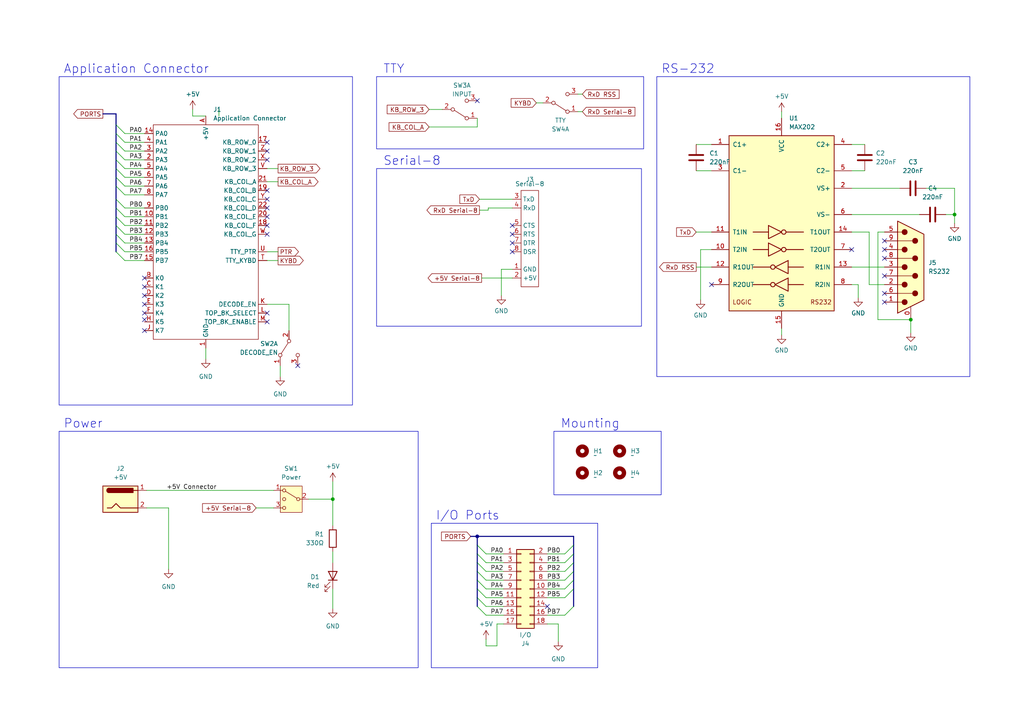
<source format=kicad_sch>
(kicad_sch (version 20250114) (generator "eeschema") (generator_version "9.0")
  (paper "A4")
  (lib_symbols
    (symbol "Connector:Barrel_Jack" (pin_names (offset 1.016))
      (property "Reference" "J" (at 0 5.334 0))
      (property "Value" "Barrel_Jack" (at 0 -5.08 0))
      (symbol "Barrel_Jack_0_1"
        (rectangle (start -5.08 3.81) (end 5.08 -3.81) (stroke (width 0.254)) (fill (type background)))
        (polyline (pts (xy -3.81 -2.54) (xy -2.54 -2.54) (xy -1.27 -1.27) (xy 0 -2.54) (xy 2.54 -2.54) (xy 5.08 -2.54)) (stroke (width 0.254)))
        (arc (start -3.302 1.905) (mid -3.9343 2.54) (end -3.302 3.175) (stroke (width 0.254)))
        (arc (start -3.302 1.905) (mid -3.9343 2.54) (end -3.302 3.175) (stroke (width 0.254)) (fill (type outline)))
        (rectangle (start 3.683 3.175) (end -3.302 1.905) (stroke (width 0.254)) (fill (type outline)))
        (polyline (pts (xy 5.08 2.54) (xy 3.81 2.54)) (stroke (width 0.254)))
      )
      (symbol "Barrel_Jack_1_1"
        (pin passive line (at 7.62 2.54 180) (length 2.54) (name "~") (number "1"))
        (pin passive line (at 7.62 -2.54 180) (length 2.54) (name "~") (number "2"))
      )
    )
    (symbol "Connector_Generic:Conn_02x09_Odd_Even" (pin_names (offset 1.016) (hide yes))
      (property "Reference" "J" (at 1.27 12.7 0))
      (property "Value" "Conn_02x09_Odd_Even" (at 1.27 -12.7 0))
      (symbol "Conn_02x09_Odd_Even_1_1"
        (rectangle (start -1.27 11.43) (end 3.81 -11.43) (stroke (width 0.254)) (fill (type background)))
        (rectangle (start -1.27 10.287) (end 0 10.033) (stroke (width 0.1524)))
        (rectangle (start -1.27 7.747) (end 0 7.493) (stroke (width 0.1524)))
        (rectangle (start -1.27 5.207) (end 0 4.953) (stroke (width 0.1524)))
        (rectangle (start -1.27 2.667) (end 0 2.413) (stroke (width 0.1524)))
        (rectangle (start -1.27 0.127) (end 0 -0.127) (stroke (width 0.1524)))
        (rectangle (start -1.27 -2.413) (end 0 -2.667) (stroke (width 0.1524)))
        (rectangle (start -1.27 -4.953) (end 0 -5.207) (stroke (width 0.1524)))
        (rectangle (start -1.27 -7.493) (end 0 -7.747) (stroke (width 0.1524)))
        (rectangle (start -1.27 -10.033) (end 0 -10.287) (stroke (width 0.1524)))
        (rectangle (start 3.81 10.287) (end 2.54 10.033) (stroke (width 0.1524)))
        (rectangle (start 3.81 7.747) (end 2.54 7.493) (stroke (width 0.1524)))
        (rectangle (start 3.81 5.207) (end 2.54 4.953) (stroke (width 0.1524)))
        (rectangle (start 3.81 2.667) (end 2.54 2.413) (stroke (width 0.1524)))
        (rectangle (start 3.81 0.127) (end 2.54 -0.127) (stroke (width 0.1524)))
        (rectangle (start 3.81 -2.413) (end 2.54 -2.667) (stroke (width 0.1524)))
        (rectangle (start 3.81 -4.953) (end 2.54 -5.207) (stroke (width 0.1524)))
        (rectangle (start 3.81 -7.493) (end 2.54 -7.747) (stroke (width 0.1524)))
        (rectangle (start 3.81 -10.033) (end 2.54 -10.287) (stroke (width 0.1524)))
        (pin passive line (at -5.08 10.16 0) (length 3.81) (name "Pin_1") (number "1"))
        (pin passive line (at -5.08 7.62 0) (length 3.81) (name "Pin_3") (number "3"))
        (pin passive line (at -5.08 5.08 0) (length 3.81) (name "Pin_5") (number "5"))
        (pin passive line (at -5.08 2.54 0) (length 3.81) (name "Pin_7") (number "7"))
        (pin passive line (at -5.08 0 0) (length 3.81) (name "Pin_9") (number "9"))
        (pin passive line (at -5.08 -2.54 0) (length 3.81) (name "Pin_11") (number "11"))
        (pin passive line (at -5.08 -5.08 0) (length 3.81) (name "Pin_13") (number "13"))
        (pin passive line (at -5.08 -7.62 0) (length 3.81) (name "Pin_15") (number "15"))
        (pin passive line (at -5.08 -10.16 0) (length 3.81) (name "Pin_17") (number "17"))
        (pin passive line (at 7.62 10.16 180) (length 3.81) (name "Pin_2") (number "2"))
        (pin passive line (at 7.62 7.62 180) (length 3.81) (name "Pin_4") (number "4"))
        (pin passive line (at 7.62 5.08 180) (length 3.81) (name "Pin_6") (number "6"))
        (pin passive line (at 7.62 2.54 180) (length 3.81) (name "Pin_8") (number "8"))
        (pin passive line (at 7.62 0 180) (length 3.81) (name "Pin_10") (number "10"))
        (pin passive line (at 7.62 -2.54 180) (length 3.81) (name "Pin_12") (number "12"))
        (pin passive line (at 7.62 -5.08 180) (length 3.81) (name "Pin_14") (number "14"))
        (pin passive line (at 7.62 -7.62 180) (length 3.81) (name "Pin_16") (number "16"))
        (pin passive line (at 7.62 -10.16 180) (length 3.81) (name "Pin_18") (number "18"))
      )
    )
    (symbol "Device:C" (pin_numbers (hide yes)) (pin_names (offset 0.254))
      (property "Reference" "C" (at 0.635 2.54 0))
      (property "Value" "C" (at 0.635 -2.54 0))
      (symbol "C_0_1"
        (polyline (pts (xy -2.032 0.762) (xy 2.032 0.762)) (stroke (width 0.508)))
        (polyline (pts (xy -2.032 -0.762) (xy 2.032 -0.762)) (stroke (width 0.508)))
      )
      (symbol "C_1_1"
        (pin passive line (at 0 3.81 270) (length 2.794) (name "~") (number "1"))
        (pin passive line (at 0 -3.81 90) (length 2.794) (name "~") (number "2"))
      )
    )
    (symbol "Device:LED" (pin_numbers (hide yes)) (pin_names (offset 1.016) (hide yes))
      (property "Reference" "D" (at 0 2.54 0))
      (property "Value" "LED" (at 0 -2.54 0))
      (symbol "LED_0_1"
        (polyline (pts (xy -3.048 -0.762) (xy -4.572 -2.286) (xy -3.81 -2.286) (xy -4.572 -2.286) (xy -4.572 -1.524)))
        (polyline (pts (xy -1.778 -0.762) (xy -3.302 -2.286) (xy -2.54 -2.286) (xy -3.302 -2.286) (xy -3.302 -1.524)))
        (polyline (pts (xy -1.27 0) (xy 1.27 0)))
        (polyline (pts (xy -1.27 -1.27) (xy -1.27 1.27)) (stroke (width 0.254)))
        (polyline (pts (xy 1.27 -1.27) (xy 1.27 1.27) (xy -1.27 0) (xy 1.27 -1.27)) (stroke (width 0.254)))
      )
      (symbol "LED_1_1"
        (pin passive line (at -3.81 0 0) (length 2.54) (name "K") (number "1"))
        (pin passive line (at 3.81 0 180) (length 2.54) (name "A") (number "2"))
      )
    )
    (symbol "Device:R" (pin_numbers (hide yes)) (pin_names (offset 0))
      (property "Reference" "R" (at 2.032 0 90))
      (property "Value" "R" (at 0 0 90))
      (symbol "R_0_1"
        (rectangle (start -1.016 -2.54) (end 1.016 2.54) (stroke (width 0.254)))
      )
      (symbol "R_1_1"
        (pin passive line (at 0 3.81 270) (length 1.27) (name "~") (number "1"))
        (pin passive line (at 0 -3.81 90) (length 1.27) (name "~") (number "2"))
      )
    )
    (symbol "Interface_UART:MAX202" (pin_names (offset 1.016))
      (property "Reference" "U" (at -2.54 28.575 0))
      (property "Value" "MAX202" (at -2.54 26.67 0))
      (symbol "MAX202_0_0"
        (text "LOGIC" (at -11.43 -22.86 0) (effects (font (size 1.27 1.27))))
        (text "RS232" (at 11.43 -22.86 0) (effects (font (size 1.27 1.27))))
      )
      (symbol "MAX202_0_1"
        (rectangle (start -15.24 -25.4) (end 15.24 25.4) (stroke (width 0.254)) (fill (type background)))
        (polyline (pts (xy -3.81 -0.635) (xy -3.81 -4.445) (xy 0 -2.54) (xy -3.81 -0.635)) (stroke (width 0.254)))
        (polyline (pts (xy -3.81 -2.54) (xy -8.255 -2.54)) (stroke (width 0.254)))
        (polyline (pts (xy -3.81 -5.715) (xy -3.81 -9.525) (xy 0 -7.62) (xy -3.81 -5.715)) (stroke (width 0.254)))
        (polyline (pts (xy -3.81 -7.62) (xy -8.255 -7.62)) (stroke (width 0.254)))
        (polyline (pts (xy -3.175 -12.7) (xy -8.255 -12.7)) (stroke (width 0.254)))
        (polyline (pts (xy -3.175 -17.78) (xy -8.255 -17.78)) (stroke (width 0.254)))
        (circle (center -2.54 -12.7) (radius 0.635) (stroke (width 0.254)))
        (circle (center -2.54 -17.78) (radius 0.635) (stroke (width 0.254)))
        (circle (center 0.635 -2.54) (radius 0.635) (stroke (width 0.254)))
        (circle (center 0.635 -7.62) (radius 0.635) (stroke (width 0.254)))
        (polyline (pts (xy 1.27 -2.54) (xy 6.35 -2.54)) (stroke (width 0.254)))
        (polyline (pts (xy 1.27 -7.62) (xy 6.35 -7.62)) (stroke (width 0.254)))
        (polyline (pts (xy 1.905 -10.795) (xy 1.905 -14.605) (xy -1.905 -12.7) (xy 1.905 -10.795)) (stroke (width 0.254)))
        (polyline (pts (xy 1.905 -12.7) (xy 6.35 -12.7)) (stroke (width 0.254)))
        (polyline (pts (xy 1.905 -15.875) (xy 1.905 -19.685) (xy -1.905 -17.78) (xy 1.905 -15.875)) (stroke (width 0.254)))
        (polyline (pts (xy 1.905 -17.78) (xy 6.35 -17.78)) (stroke (width 0.254)))
      )
      (symbol "MAX202_1_1"
        (pin passive line (at -20.32 22.86 0) (length 5.08) (name "C1+") (number "1"))
        (pin passive line (at -20.32 15.24 0) (length 5.08) (name "C1-") (number "3"))
        (pin input line (at -20.32 -2.54 0) (length 5.08) (name "T1IN") (number "11"))
        (pin input line (at -20.32 -7.62 0) (length 5.08) (name "T2IN") (number "10"))
        (pin output line (at -20.32 -12.7 0) (length 5.08) (name "R1OUT") (number "12"))
        (pin output line (at -20.32 -17.78 0) (length 5.08) (name "R2OUT") (number "9"))
        (pin power_in line (at 0 30.48 270) (length 5.08) (name "VCC") (number "16"))
        (pin power_in line (at 0 -30.48 90) (length 5.08) (name "GND") (number "15"))
        (pin passive line (at 20.32 22.86 180) (length 5.08) (name "C2+") (number "4"))
        (pin passive line (at 20.32 15.24 180) (length 5.08) (name "C2-") (number "5"))
        (pin power_out line (at 20.32 10.16 180) (length 5.08) (name "VS+") (number "2"))
        (pin power_out line (at 20.32 2.54 180) (length 5.08) (name "VS-") (number "6"))
        (pin output line (at 20.32 -2.54 180) (length 5.08) (name "T1OUT") (number "14"))
        (pin output line (at 20.32 -7.62 180) (length 5.08) (name "T2OUT") (number "7"))
        (pin input line (at 20.32 -12.7 180) (length 5.08) (name "R1IN") (number "13"))
        (pin input line (at 20.32 -17.78 180) (length 5.08) (name "R2IN") (number "8"))
      )
    )
    (symbol "Mechanical:MountingHole" (pin_names (offset 1.016))
      (property "Reference" "H" (at 0 5.08 0))
      (property "Value" "MountingHole" (at 0 3.175 0))
      (symbol "MountingHole_0_1"
        (circle (center 0 0) (radius 1.27) (stroke (width 1.27)))
      )
    )
    (symbol "Switch:SW_DPDT_x2" (pin_names (offset 0) (hide yes))
      (property "Reference" "SW" (at 0 4.318 0))
      (property "Value" "SW_DPDT_x2" (at 0 -5.08 0))
      (symbol "SW_DPDT_x2_0_0"
        (circle (center -2.032 0) (radius 0.508))
        (circle (center 2.032 -2.54) (radius 0.508))
      )
      (symbol "SW_DPDT_x2_0_1"
        (polyline (pts (xy -1.524 0.254) (xy 1.651 2.286)))
        (circle (center 2.032 2.54) (radius 0.508))
      )
      (symbol "SW_DPDT_x2_1_1"
        (pin passive line (at -5.08 0 0) (length 2.54) (name "B") (number "2"))
        (pin passive line (at 5.08 2.54 180) (length 2.54) (name "A") (number "1"))
        (pin passive line (at 5.08 -2.54 180) (length 2.54) (name "C") (number "3"))
      )
      (symbol "SW_DPDT_x2_2_1"
        (pin passive line (at -5.08 0 0) (length 2.54) (name "B") (number "5"))
        (pin passive line (at 5.08 2.54 180) (length 2.54) (name "A") (number "4"))
        (pin passive line (at 5.08 -2.54 180) (length 2.54) (name "C") (number "6"))
      )
    )
    (symbol "Switch:SW_SPDT_MSM" (pin_names (offset 0) (hide yes))
      (property "Reference" "SW" (at 0 5.08 0))
      (property "Value" "SW_SPDT_MSM" (at 0 -5.08 0))
      (symbol "SW_SPDT_MSM_0_1"
        (circle (center -2.032 0) (radius 0.4572))
        (polyline (pts (xy -1.651 0.254) (xy 1.651 2.286)))
        (circle (center 2.032 2.54) (radius 0.4572))
        (circle (center 2.032 0) (radius 0.4572))
        (circle (center 2.032 -2.54) (radius 0.4572))
      )
      (symbol "SW_SPDT_MSM_1_1"
        (rectangle (start -3.175 3.81) (end 3.175 -3.81) (fill (type background)))
        (pin passive line (at -5.08 0 0) (length 2.54) (name "3") (number "2"))
        (pin passive line (at 5.08 2.54 180) (length 2.54) (name "1") (number "1"))
        (pin passive line (at 5.08 -2.54 180) (length 2.54) (name "4") (number "3"))
      )
    )
    (symbol "T-Pau:PAL-2_Application_Connector"
      (property "Reference" "J" (at 7.62 0 0))
      (symbol "PAL-2_Application_Connector_0_1"
        (rectangle (start -15.24 63.5) (end 15.24 1.27))
      )
      (symbol "PAL-2_Application_Connector_1_1"
        (pin bidirectional line (at -17.78 60.96 0) (length 2.54) (name "PA0") (number "14"))
        (pin bidirectional line (at -17.78 58.42 0) (length 2.54) (name "PA1") (number "4"))
        (pin bidirectional line (at -17.78 55.88 0) (length 2.54) (name "PA2") (number "3"))
        (pin bidirectional line (at -17.78 53.34 0) (length 2.54) (name "PA3") (number "2"))
        (pin bidirectional line (at -17.78 50.8 0) (length 2.54) (name "PA4") (number "5"))
        (pin bidirectional line (at -17.78 48.26 0) (length 2.54) (name "PA5") (number "6"))
        (pin bidirectional line (at -17.78 45.72 0) (length 2.54) (name "PA6") (number "7"))
        (pin bidirectional line (at -17.78 43.18 0) (length 2.54) (name "PA7") (number "8"))
        (pin bidirectional line (at -17.78 39.37 0) (length 2.54) (name "PB0") (number "9"))
        (pin bidirectional line (at -17.78 36.83 0) (length 2.54) (name "PB1") (number "10"))
        (pin bidirectional line (at -17.78 34.29 0) (length 2.54) (name "PB2") (number "11"))
        (pin bidirectional line (at -17.78 31.75 0) (length 2.54) (name "PB3") (number "12"))
        (pin bidirectional line (at -17.78 29.21 0) (length 2.54) (name "PB4") (number "13"))
        (pin bidirectional line (at -17.78 26.67 0) (length 2.54) (name "PB5") (number "16"))
        (pin bidirectional line (at -17.78 24.13 0) (length 2.54) (name "PB7") (number "15"))
        (pin bidirectional line (at -17.78 19.05 0) (length 2.54) (name "K0") (number "B"))
        (pin bidirectional line (at -17.78 16.51 0) (length 2.54) (name "K1") (number "C"))
        (pin bidirectional line (at -17.78 13.97 0) (length 2.54) (name "K2") (number "D"))
        (pin bidirectional line (at -17.78 11.43 0) (length 2.54) (name "K3") (number "E"))
        (pin bidirectional line (at -17.78 8.89 0) (length 2.54) (name "K4") (number "F"))
        (pin bidirectional line (at -17.78 6.35 0) (length 2.54) (name "K5") (number "H"))
        (pin bidirectional line (at -17.78 3.81 0) (length 2.54) (name "K7") (number "J"))
        (pin power_in line (at 0 66.04 270) (length 2.54) (name "+5V") (number "A"))
        (pin power_in line (at 0 -1.27 90) (length 2.54) (name "GND") (number "1"))
        (pin bidirectional line (at 17.78 58.42 180) (length 2.54) (name "KB_ROW_0") (number "17"))
        (pin bidirectional line (at 17.78 55.88 180) (length 2.54) (name "KB_ROW_1") (number "Z"))
        (pin bidirectional line (at 17.78 53.34 180) (length 2.54) (name "KB_ROW_2") (number "X"))
        (pin bidirectional line (at 17.78 50.8 180) (length 2.54) (name "KB_ROW_3") (number "V"))
        (pin bidirectional line (at 17.78 46.99 180) (length 2.54) (name "KB_COL_A") (number "21"))
        (pin bidirectional line (at 17.78 44.45 180) (length 2.54) (name "KB_COL_B") (number "19"))
        (pin bidirectional line (at 17.78 41.91 180) (length 2.54) (name "KB_COL_C") (number "Y"))
        (pin bidirectional line (at 17.78 39.37 180) (length 2.54) (name "KB_COL_D") (number "22"))
        (pin bidirectional line (at 17.78 36.83 180) (length 2.54) (name "KB_COL_E") (number "20"))
        (pin bidirectional line (at 17.78 34.29 180) (length 2.54) (name "KB_COL_F") (number "18"))
        (pin bidirectional line (at 17.78 31.75 180) (length 2.54) (name "KB_COL_G") (number "W"))
        (pin bidirectional line (at 17.78 26.67 180) (length 2.54) (name "TTY_PTR") (number "U"))
        (pin bidirectional line (at 17.78 24.13 180) (length 2.54) (name "TTY_KYBD") (number "T"))
        (pin bidirectional line (at 17.78 11.43 180) (length 2.54) (name "DECODE_EN") (number "K"))
        (pin bidirectional line (at 17.78 8.89 180) (length 2.54) (name "TOP_8K_SELECT") (number "L"))
        (pin bidirectional line (at 17.78 6.35 180) (length 2.54) (name "TOP_8K_ENABLE") (number "M"))
      )
    )
    (symbol "T-Pau:Serial-8"
      (property "Reference" "J" (at 0 0 0))
      (symbol "Serial-8_0_1"
        (rectangle (start -2.54 29.21) (end 2.54 1.27))
      )
      (symbol "Serial-8_1_1"
        (pin input line (at 5.08 26.67 180) (length 2.54) (name "TxD") (number "3"))
        (pin input line (at 5.08 24.13 180) (length 2.54) (name "RxD") (number "4"))
        (pin input line (at 5.08 19.05 180) (length 2.54) (name "CTS") (number "5"))
        (pin input line (at 5.08 16.51 180) (length 2.54) (name "RTS") (number "6"))
        (pin input line (at 5.08 13.97 180) (length 2.54) (name "DTR") (number "7"))
        (pin input line (at 5.08 11.43 180) (length 2.54) (name "DSR") (number "8"))
        (pin power_out line (at 5.08 6.35 180) (length 2.54) (name "GND") (number "1"))
        (pin input line (at 5.08 3.81 180) (length 2.54) (name "+5V") (number "2"))
      )
    )
    (symbol "conn:DB9_Male_MountingHoles" (pin_names (offset 1.016) (hide yes))
      (property "Reference" "J" (at 0 16.51 0))
      (property "Value" "DB9_Male_MountingHoles" (at 0 14.605 0))
      (symbol "DB9_Male_MountingHoles_0_1"
        (polyline (pts (xy -3.81 10.16) (xy -2.54 10.16)))
        (polyline (pts (xy -3.81 7.62) (xy 0.508 7.62)))
        (polyline (pts (xy -3.81 5.08) (xy -2.54 5.08)))
        (polyline (pts (xy -3.81 2.54) (xy 0.508 2.54)))
        (polyline (pts (xy -3.81 0) (xy -2.54 0)))
        (polyline (pts (xy -3.81 -2.54) (xy 0.508 -2.54)))
        (polyline (pts (xy -3.81 -5.08) (xy -2.54 -5.08)))
        (polyline (pts (xy -3.81 -7.62) (xy 0.508 -7.62)))
        (polyline (pts (xy -3.81 -10.16) (xy -2.54 -10.16)))
        (polyline (pts (xy -3.81 -13.335) (xy -3.81 13.335) (xy 3.81 9.525) (xy 3.81 -9.525) (xy -3.81 -13.335)) (stroke (width 0.254)) (fill (type background)))
        (circle (center -1.778 10.16) (radius 0.762) (fill (type outline)))
        (circle (center -1.778 5.08) (radius 0.762) (fill (type outline)))
        (circle (center -1.778 0) (radius 0.762) (fill (type outline)))
        (circle (center -1.778 -5.08) (radius 0.762) (fill (type outline)))
        (circle (center -1.778 -10.16) (radius 0.762) (fill (type outline)))
        (circle (center 1.27 7.62) (radius 0.762) (fill (type outline)))
        (circle (center 1.27 2.54) (radius 0.762) (fill (type outline)))
        (circle (center 1.27 -2.54) (radius 0.762) (fill (type outline)))
        (circle (center 1.27 -7.62) (radius 0.762) (fill (type outline)))
      )
      (symbol "DB9_Male_MountingHoles_1_1"
        (pin passive line (at -7.62 10.16 0) (length 3.81) (name "5") (number "5"))
        (pin passive line (at -7.62 7.62 0) (length 3.81) (name "9") (number "9"))
        (pin passive line (at -7.62 5.08 0) (length 3.81) (name "4") (number "4"))
        (pin passive line (at -7.62 2.54 0) (length 3.81) (name "8") (number "8"))
        (pin passive line (at -7.62 0 0) (length 3.81) (name "3") (number "3"))
        (pin passive line (at -7.62 -2.54 0) (length 3.81) (name "7") (number "7"))
        (pin passive line (at -7.62 -5.08 0) (length 3.81) (name "2") (number "2"))
        (pin passive line (at -7.62 -7.62 0) (length 3.81) (name "6") (number "6"))
        (pin passive line (at -7.62 -10.16 0) (length 3.81) (name "1") (number "1"))
        (pin passive line (at 0 -15.24 90) (length 3.81) (name "PAD") (number "0"))
      )
    )
    (symbol "power:+5V" (power) (pin_names (offset 0))
      (property "Value" "+5V" (at 0 3.556 0))
      (symbol "+5V_0_1"
        (polyline (pts (xy -0.762 1.27) (xy 0 2.54)))
        (polyline (pts (xy 0 2.54) (xy 0.762 1.27)))
        (polyline (pts (xy 0 0) (xy 0 2.54)))
      )
      (symbol "+5V_1_1"
        (pin power_in line (at 0 0 90) (length 0) (hide yes) (name "+5V") (number "1"))
      )
    )
    (symbol "power:GND" (power) (pin_names (offset 0))
      (property "Value" "GND" (at 0 -3.81 0))
      (symbol "GND_0_1"
        (polyline (pts (xy 0 0) (xy 0 -1.27) (xy 1.27 -1.27) (xy 0 -2.54) (xy -1.27 -1.27) (xy 0 -1.27)))
      )
      (symbol "GND_1_1"
        (pin power_in line (at 0 0 270) (length 0) (hide yes) (name "GND") (number "1"))
      )
    )
  )
  (rectangle (start 17.145 22.225) (end 102.235 117.475))
  (rectangle (start 190.5 22.225) (end 281.305 109.22))
  (rectangle (start 109.22 22.225) (end 186.69 43.18))
  (rectangle (start 109.22 48.895) (end 186.055 94.615))
  (rectangle (start 17.145 125.095) (end 121.285 193.675))
  (rectangle (start 160.655 125.095) (end 191.77 143.51))
  (rectangle (start 125.095 151.765) (end 173.355 193.675))
  (text "Mounting" (at 162.56 124.46 0) (effects (font (size 2.54 2.54)) (justify left bottom)))
  (text "TTY" (at 111.125 21.59 0) (effects (font (size 2.54 2.54)) (justify left bottom)))
  (text "Power" (at 18.415 124.46 0) (effects (font (size 2.54 2.54)) (justify left bottom)))
  (text "Application Connector" (at 18.415 21.59 0) (effects (font (size 2.54 2.54)) (justify left bottom)))
  (text "Serial-8" (at 111.125 48.26 0) (effects (font (size 2.54 2.54)) (justify left bottom)))
  (text "RS-232" (at 191.77 21.59 0) (effects (font (size 2.54 2.54)) (justify left bottom)))
  (text "I/O Ports" (at 126.365 151.13 0) (effects (font (size 2.54 2.54)) (justify left bottom)))
  (junction (at 138.43 155.575))
  (junction (at 96.52 144.78))
  (junction (at 276.86 62.23))
  (junction (at 264.16 92.71))
  (no_connect (at 148.59 73.025))
  (no_connect (at 77.47 60.325))
  (no_connect (at 77.47 57.785))
  (no_connect (at 77.47 93.345))
  (no_connect (at 41.91 80.645))
  (no_connect (at 41.91 83.185))
  (no_connect (at 77.47 41.275))
  (no_connect (at 77.47 55.245))
  (no_connect (at 86.36 106.045))
  (no_connect (at 77.47 67.945))
  (no_connect (at 247.015 72.39))
  (no_connect (at 256.54 74.93))
  (no_connect (at 77.47 46.355))
  (no_connect (at 41.91 92.71))
  (no_connect (at 77.47 65.405))
  (no_connect (at 256.54 85.09))
  (no_connect (at 233.68 -17.78))
  (no_connect (at 41.91 90.805))
  (no_connect (at 148.59 67.945))
  (no_connect (at 41.91 85.725))
  (no_connect (at 41.91 95.885))
  (no_connect (at 148.59 70.485))
  (no_connect (at 256.54 69.85))
  (no_connect (at 77.47 43.815))
  (no_connect (at 138.43 29.21))
  (no_connect (at 256.54 72.39))
  (no_connect (at 77.47 62.865))
  (no_connect (at 158.75 175.895))
  (no_connect (at 148.59 65.405))
  (no_connect (at 77.47 90.805))
  (no_connect (at 206.375 82.55))
  (no_connect (at 41.91 88.265))
  (no_connect (at 256.54 87.63))
  (no_connect (at 256.54 80.01))
  (bus_entry (at 166.37 175.895) (size -2.54 2.54))
  (bus_entry (at 33.655 60.325) (size 2.54 2.54))
  (bus_entry (at 33.655 38.735) (size 2.54 2.54))
  (bus_entry (at 33.655 48.895) (size 2.54 2.54))
  (bus_entry (at 138.43 168.275) (size 2.54 2.54))
  (bus_entry (at 166.37 168.275) (size -2.54 2.54))
  (bus_entry (at 138.43 158.115) (size 2.54 2.54))
  (bus_entry (at 33.655 65.405) (size 2.54 2.54))
  (bus_entry (at 33.655 51.435) (size 2.54 2.54))
  (bus_entry (at 138.43 170.815) (size 2.54 2.54))
  (bus_entry (at 33.655 73.025) (size 2.54 2.54))
  (bus_entry (at 33.655 36.195) (size 2.54 2.54))
  (bus_entry (at 33.655 62.865) (size 2.54 2.54))
  (bus_entry (at 138.43 175.895) (size 2.54 2.54))
  (bus_entry (at 166.37 160.655) (size -2.54 2.54))
  (bus_entry (at 166.37 170.815) (size -2.54 2.54))
  (bus_entry (at 33.655 57.785) (size 2.54 2.54))
  (bus_entry (at 33.655 43.815) (size 2.54 2.54))
  (bus_entry (at 33.655 41.275) (size 2.54 2.54))
  (bus_entry (at 33.655 46.355) (size 2.54 2.54))
  (bus_entry (at 33.655 67.945) (size 2.54 2.54))
  (bus_entry (at 166.37 165.735) (size -2.54 2.54))
  (bus_entry (at 166.37 158.115) (size -2.54 2.54))
  (bus_entry (at 138.43 163.195) (size 2.54 2.54))
  (bus_entry (at 138.43 160.655) (size 2.54 2.54))
  (bus_entry (at 138.43 173.355) (size 2.54 2.54))
  (bus_entry (at 33.655 70.485) (size 2.54 2.54))
  (bus_entry (at 138.43 165.735) (size 2.54 2.54))
  (bus_entry (at 33.655 53.975) (size 2.54 2.54))
  (bus_entry (at 166.37 163.195) (size -2.54 2.54))
  (bus (pts (xy 33.655 41.275) (xy 33.655 38.735)))
  (bus (pts (xy 138.43 155.575) (xy 166.37 155.575)))
  (wire (pts (xy 89.535 144.78) (xy 96.52 144.78)))
  (wire (pts (xy 140.97 185.42) (xy 140.97 187.325)))
  (wire (pts (xy 77.47 52.705) (xy 80.645 52.705)))
  (wire (pts (xy 252.095 82.55) (xy 256.54 82.55)))
  (wire (pts (xy 141.605 60.96) (xy 139.065 60.96)))
  (wire (pts (xy 36.195 43.815) (xy 41.91 43.815)))
  (wire (pts (xy 141.605 60.325) (xy 141.605 60.96)))
  (wire (pts (xy 276.86 62.23) (xy 276.86 64.77)))
  (bus (pts (xy 138.43 163.195) (xy 138.43 160.655)))
  (wire (pts (xy 201.93 77.47) (xy 206.375 77.47)))
  (bus (pts (xy 33.655 67.945) (xy 33.655 65.405)))
  (bus (pts (xy 33.655 51.435) (xy 33.655 48.895)))
  (wire (pts (xy 167.64 32.385) (xy 168.91 32.385)))
  (wire (pts (xy 77.47 48.895) (xy 80.645 48.895)))
  (wire (pts (xy 276.86 54.61) (xy 276.86 62.23)))
  (wire (pts (xy 63.5 33.655) (xy 63.5 31.75)))
  (wire (pts (xy 42.545 142.24) (xy 79.375 142.24)))
  (bus (pts (xy 138.43 175.895) (xy 138.43 173.355)))
  (bus (pts (xy 138.43 168.275) (xy 138.43 165.735)))
  (wire (pts (xy 268.605 54.61) (xy 276.86 54.61)))
  (wire (pts (xy 96.52 160.02) (xy 96.52 163.195)))
  (wire (pts (xy 77.47 73.025) (xy 80.645 73.025)))
  (wire (pts (xy 140.97 163.195) (xy 146.05 163.195)))
  (wire (pts (xy 140.97 168.275) (xy 146.05 168.275)))
  (wire (pts (xy 247.015 77.47) (xy 256.54 77.47)))
  (wire (pts (xy 201.93 49.53) (xy 206.375 49.53)))
  (bus (pts (xy 138.43 160.655) (xy 138.43 158.115)))
  (wire (pts (xy 36.195 70.485) (xy 41.91 70.485)))
  (bus (pts (xy 33.655 57.785) (xy 33.655 53.975)))
  (wire (pts (xy 96.52 170.815) (xy 96.52 176.53)))
  (wire (pts (xy 36.195 62.865) (xy 41.91 62.865)))
  (wire (pts (xy 163.83 170.815) (xy 158.75 170.815)))
  (bus (pts (xy 166.37 158.115) (xy 166.37 155.575)))
  (bus (pts (xy 166.37 170.815) (xy 166.37 168.275)))
  (wire (pts (xy 163.83 173.355) (xy 158.75 173.355)))
  (bus (pts (xy 136.525 155.575) (xy 138.43 155.575)))
  (wire (pts (xy 158.75 180.975) (xy 161.925 180.975)))
  (wire (pts (xy 148.59 78.105) (xy 145.415 78.105)))
  (wire (pts (xy 274.32 62.23) (xy 276.86 62.23)))
  (wire (pts (xy 163.83 160.655) (xy 158.75 160.655)))
  (wire (pts (xy 96.52 144.78) (xy 96.52 152.4)))
  (wire (pts (xy 144.145 180.975) (xy 144.145 187.325)))
  (bus (pts (xy 33.655 48.895) (xy 33.655 46.355)))
  (wire (pts (xy 163.83 178.435) (xy 158.75 178.435)))
  (wire (pts (xy 59.69 100.965) (xy 59.69 104.14)))
  (bus (pts (xy 33.655 46.355) (xy 33.655 43.815)))
  (bus (pts (xy 33.655 43.815) (xy 33.655 41.275)))
  (bus (pts (xy 166.37 165.735) (xy 166.37 163.195)))
  (bus (pts (xy 33.655 53.975) (xy 33.655 51.435)))
  (wire (pts (xy 81.28 106.045) (xy 81.28 109.22)))
  (wire (pts (xy 36.195 38.735) (xy 41.91 38.735)))
  (bus (pts (xy 138.43 173.355) (xy 138.43 170.815)))
  (wire (pts (xy 36.195 65.405) (xy 41.91 65.405)))
  (wire (pts (xy 247.015 41.91) (xy 250.825 41.91)))
  (wire (pts (xy 36.195 48.895) (xy 41.91 48.895)))
  (wire (pts (xy 140.97 175.895) (xy 146.05 175.895)))
  (wire (pts (xy 226.695 32.385) (xy 226.695 34.29)))
  (wire (pts (xy 264.16 92.71) (xy 264.16 96.52)))
  (bus (pts (xy 33.655 65.405) (xy 33.655 62.865)))
  (wire (pts (xy 77.47 88.265) (xy 83.82 88.265)))
  (wire (pts (xy 36.195 56.515) (xy 41.91 56.515)))
  (wire (pts (xy 124.46 31.75) (xy 128.27 31.75)))
  (wire (pts (xy 55.88 33.655) (xy 55.88 31.75)))
  (wire (pts (xy 247.015 54.61) (xy 260.985 54.61)))
  (wire (pts (xy 146.05 180.975) (xy 144.145 180.975)))
  (wire (pts (xy 148.59 60.325) (xy 141.605 60.325)))
  (bus (pts (xy 33.655 38.735) (xy 33.655 36.195)))
  (wire (pts (xy 36.195 53.975) (xy 41.91 53.975)))
  (bus (pts (xy 166.37 163.195) (xy 166.37 160.655)))
  (wire (pts (xy 140.97 178.435) (xy 146.05 178.435)))
  (wire (pts (xy 139.7 80.645) (xy 148.59 80.645)))
  (wire (pts (xy 36.195 75.565) (xy 41.91 75.565)))
  (wire (pts (xy 254.635 67.31) (xy 254.635 92.71)))
  (bus (pts (xy 138.43 170.815) (xy 138.43 168.275)))
  (wire (pts (xy 140.97 165.735) (xy 146.05 165.735)))
  (wire (pts (xy 203.2 72.39) (xy 203.2 86.995)))
  (wire (pts (xy 201.93 41.91) (xy 206.375 41.91)))
  (wire (pts (xy 36.195 51.435) (xy 41.91 51.435)))
  (wire (pts (xy 124.46 36.83) (xy 138.43 36.83)))
  (bus (pts (xy 166.37 168.275) (xy 166.37 165.735)))
  (wire (pts (xy 256.54 67.31) (xy 254.635 67.31)))
  (wire (pts (xy 201.93 67.31) (xy 206.375 67.31)))
  (wire (pts (xy 247.015 67.31) (xy 252.095 67.31)))
  (wire (pts (xy 42.545 147.32) (xy 48.895 147.32)))
  (wire (pts (xy 140.97 173.355) (xy 146.05 173.355)))
  (wire (pts (xy 145.415 78.105) (xy 145.415 85.725)))
  (wire (pts (xy 139.065 57.785) (xy 148.59 57.785)))
  (bus (pts (xy 33.655 70.485) (xy 33.655 67.945)))
  (wire (pts (xy 247.015 62.23) (xy 266.7 62.23)))
  (wire (pts (xy 206.375 72.39) (xy 203.2 72.39)))
  (bus (pts (xy 29.845 33.02) (xy 33.655 33.02)))
  (wire (pts (xy 140.97 160.655) (xy 146.05 160.655)))
  (wire (pts (xy 83.82 88.265) (xy 83.82 95.885)))
  (bus (pts (xy 33.655 62.865) (xy 33.655 60.325)))
  (wire (pts (xy 247.015 82.55) (xy 248.92 82.55)))
  (wire (pts (xy 163.83 165.735) (xy 158.75 165.735)))
  (bus (pts (xy 166.37 160.655) (xy 166.37 158.115)))
  (wire (pts (xy 248.92 82.55) (xy 248.92 86.36)))
  (wire (pts (xy 36.195 60.325) (xy 41.91 60.325)))
  (wire (pts (xy 140.97 170.815) (xy 146.05 170.815)))
  (wire (pts (xy 252.095 67.31) (xy 252.095 82.55)))
  (bus (pts (xy 138.43 158.115) (xy 138.43 155.575)))
  (wire (pts (xy 36.195 67.945) (xy 41.91 67.945)))
  (wire (pts (xy 144.145 187.325) (xy 140.97 187.325)))
  (wire (pts (xy 74.295 147.32) (xy 79.375 147.32)))
  (wire (pts (xy 247.015 49.53) (xy 250.825 49.53)))
  (wire (pts (xy 155.575 29.845) (xy 157.48 29.845)))
  (bus (pts (xy 33.655 73.025) (xy 33.655 70.485)))
  (wire (pts (xy 163.83 168.275) (xy 158.75 168.275)))
  (wire (pts (xy 161.925 180.975) (xy 161.925 186.055)))
  (wire (pts (xy 167.64 27.305) (xy 168.91 27.305)))
  (wire (pts (xy 254.635 92.71) (xy 264.16 92.71)))
  (wire (pts (xy 36.195 41.275) (xy 41.91 41.275)))
  (bus (pts (xy 33.655 36.195) (xy 33.655 33.02)))
  (bus (pts (xy 166.37 170.815) (xy 166.37 175.895)))
  (bus (pts (xy 138.43 165.735) (xy 138.43 163.195)))
  (wire (pts (xy 36.195 46.355) (xy 41.91 46.355)))
  (wire (pts (xy 48.895 147.32) (xy 48.895 165.1)))
  (wire (pts (xy 96.52 139.7) (xy 96.52 144.78)))
  (wire (pts (xy 163.83 163.195) (xy 158.75 163.195)))
  (bus (pts (xy 33.655 60.325) (xy 33.655 57.785)))
  (wire (pts (xy 55.88 33.655) (xy 59.69 33.655)))
  (wire (pts (xy 36.195 73.025) (xy 41.91 73.025)))
  (wire (pts (xy 77.47 75.565) (xy 80.645 75.565)))
  (wire (pts (xy 226.695 95.25) (xy 226.695 97.155)))
  (wire (pts (xy 138.43 36.83) (xy 138.43 34.29)))
  (label "PA3" (at 142.24 168.275 0))
  (label "PA0" (at 37.465 38.735 0))
  (label "PB5" (at 162.56 173.355 180))
  (label "PB2" (at 37.465 65.405 0))
  (label "PB4" (at 37.465 70.485 0))
  (label "PB3" (at 37.465 67.945 0))
  (label "PB5" (at 37.465 73.025 0))
  (label "PA4" (at 37.465 48.895 0))
  (label "PA2" (at 37.465 43.815 0))
  (label "PA7" (at 37.465 56.515 0))
  (label "PB0" (at 162.56 160.655 180))
  (label "PB7" (at 37.465 75.565 0))
  (label "PA5" (at 37.465 51.435 0))
  (label "PA5" (at 142.24 173.355 0))
  (label "PB0" (at 37.465 60.325 0))
  (label "PB1" (at 162.56 163.195 180))
  (label "PA1" (at 142.24 163.195 0))
  (label "PA0" (at 142.24 160.655 0))
  (label "PA6" (at 142.24 175.895 0))
  (label "PA1" (at 37.465 41.275 0))
  (label "+5V Connector" (at 48.26 142.24 0))
  (label "PA6" (at 37.465 53.975 0))
  (label "PA2" (at 142.24 165.735 0))
  (label "PA7" (at 142.24 178.435 0))
  (label "PA3" (at 37.465 46.355 0))
  (label "PB2" (at 162.56 165.735 180))
  (label "PB3" (at 162.56 168.275 180))
  (label "PB4" (at 162.56 170.815 180))
  (label "PB7" (at 162.56 178.435 180))
  (label "PB1" (at 37.465 62.865 0))
  (label "PA4" (at 142.24 170.815 0))
  (global_label "KYBD" (shape input) (at 155.575 29.845 180) (property "Intersheetrefs" "${INTERSHEET_REFS}" (effects (hide yes))))
  (global_label "RxD Serial-8" (shape output) (at 139.065 60.96 180) (property "Intersheetrefs" "${INTERSHEET_REFS}" (effects (hide yes))))
  (global_label "RxD Serial-8" (shape input) (at 168.91 32.385 0) (property "Intersheetrefs" "${INTERSHEET_REFS}" (effects (hide yes))))
  (global_label "RxD RSS" (shape output) (at 201.93 77.47 180) (property "Intersheetrefs" "${INTERSHEET_REFS}" (effects (hide yes))))
  (global_label "KYBD" (shape output) (at 80.645 75.565 0) (property "Intersheetrefs" "${INTERSHEET_REFS}" (effects (hide yes))))
  (global_label "RxD RSS" (shape input) (at 168.91 27.305 0) (property "Intersheetrefs" "${INTERSHEET_REFS}" (effects (hide yes))))
  (global_label "PORTS" (shape output) (at 29.845 33.02 180) (property "Intersheetrefs" "${INTERSHEET_REFS}" (effects (hide yes))))
  (global_label "TxD" (shape input) (at 139.065 57.785 180) (property "Intersheetrefs" "${INTERSHEET_REFS}" (effects (hide yes))))
  (global_label "PTR" (shape output) (at 80.645 73.025 0) (property "Intersheetrefs" "${INTERSHEET_REFS}" (effects (hide yes))))
  (global_label "TxD" (shape input) (at 201.93 67.31 180) (property "Intersheetrefs" "${INTERSHEET_REFS}" (effects (hide yes))))
  (global_label "+5V Serial-8" (shape output) (at 139.7 80.645 180) (property "Intersheetrefs" "${INTERSHEET_REFS}" (effects (hide yes))))
  (global_label "PORTS" (shape input) (at 136.525 155.575 180) (property "Intersheetrefs" "${INTERSHEET_REFS}" (effects (hide yes))))
  (global_label "KB_ROW_3" (shape input) (at 124.46 31.75 180) (property "Intersheetrefs" "${INTERSHEET_REFS}" (effects (hide yes))))
  (global_label "KB_COL_A" (shape output) (at 80.645 52.705 0) (property "Intersheetrefs" "${INTERSHEET_REFS}" (effects (hide yes))))
  (global_label "KB_ROW_3" (shape output) (at 80.645 48.895 0) (property "Intersheetrefs" "${INTERSHEET_REFS}" (effects (hide yes))))
  (global_label "KB_COL_A" (shape input) (at 124.46 36.83 180) (property "Intersheetrefs" "${INTERSHEET_REFS}" (effects (hide yes))))
  (global_label "+5V Serial-8" (shape input) (at 74.295 147.32 180) (property "Intersheetrefs" "${INTERSHEET_REFS}" (effects (hide yes))))
  (symbol (lib_id "Device:C") (at 250.825 45.72 0) (unit 1)
    (property "Reference" "C2" (at 254 44.45 0) (effects (justify left)))
    (property "Value" "220nF" (at 254 46.99 0) (effects (justify left)))
    (property "Footprint" "Capacitor_THT:C_Disc_D5.0mm_W2.5mm_P5.00mm" (effects (hide yes)))
  )
  (symbol (lib_id "power:GND") (at 145.415 85.725 0) (unit 1)
    (property "Reference" "#PWR016" (effects (hide yes)))
    (property "Value" "GND" (at 145.415 90.17 0))
  )
  (symbol (lib_id "power:GND") (at 59.69 104.14 0) (unit 1)
    (property "Reference" "#PWR05" (effects (hide yes)))
    (property "Value" "GND" (at 59.69 109.22 0))
  )
  (symbol (lib_id "Device:R") (at 96.52 156.21 0) (mirror y) (unit 1)
    (property "Reference" "R1" (at 93.98 154.94 0) (effects (justify left)))
    (property "Value" "330Ω" (at 93.98 157.48 0) (effects (justify left)))
    (property "Footprint" "Resistor_THT:R_Axial_DIN0309_L9.0mm_D3.2mm_P12.70mm_Horizontal" (effects (hide yes)))
  )
  (symbol (lib_id "Switch:SW_DPDT_x2") (at 133.35 31.75 0) (mirror x) (unit 1)
    (property "Reference" "SW3" (at 133.985 24.765 0))
    (property "Value" "INPUT" (at 133.985 27.305 0))
    (property "Footprint" "T-Pau:SW-2.54-5.08" (effects (hide yes)))
  )
  (symbol (lib_id "power:GND") (at 81.28 109.22 0) (unit 1)
    (property "Reference" "#PWR015" (effects (hide yes)))
    (property "Value" "GND" (at 81.28 114.3 0))
  )
  (symbol (lib_id "Mechanical:MountingHole") (at 168.91 130.81 0) (unit 1)
    (property "Reference" "H1" (at 172.085 130.81 0) (effects (justify left)))
    (property "Value" "~" (at 172.085 132.08 0) (effects (justify left)))
    (property "Footprint" "MountingHole:MountingHole_3.2mm_M3" (effects (hide yes)))
  )
  (symbol (lib_id "Mechanical:MountingHole") (at 179.705 137.16 0) (unit 1)
    (property "Reference" "H4" (at 182.88 137.16 0) (effects (justify left)))
    (property "Value" "~" (at 182.88 138.43 0) (effects (justify left)))
    (property "Footprint" "MountingHole:MountingHole_3.2mm_M3" (effects (hide yes)))
  )
  (symbol (lib_id "Mechanical:MountingHole") (at 179.705 130.81 0) (unit 1)
    (property "Reference" "H3" (at 182.88 130.81 0) (effects (justify left)))
    (property "Value" "~" (at 182.88 132.08 0) (effects (justify left)))
    (property "Footprint" "MountingHole:MountingHole_3.2mm_M3" (effects (hide yes)))
  )
  (symbol (lib_id "power:+5V") (at 226.695 32.385 0) (unit 1)
    (property "Reference" "#PWR028" (effects (hide yes)))
    (property "Value" "+5V" (at 226.695 27.94 0))
  )
  (symbol (lib_id "power:GND") (at 276.86 64.77 0) (unit 1)
    (property "Reference" "#PWR029" (effects (hide yes)))
    (property "Value" "GND" (at 276.86 69.215 0))
  )
  (symbol (lib_id "power:GND") (at 264.16 96.52 0) (unit 1)
    (property "Reference" "#PWR027" (effects (hide yes)))
    (property "Value" "GND" (at 264.16 100.965 0))
  )
  (symbol (lib_id "power:+5V") (at 96.52 139.7 0) (unit 1)
    (property "Reference" "#PWR011" (effects (hide yes)))
    (property "Value" "+5V" (at 96.52 135.255 0))
  )
  (symbol (lib_id "Switch:SW_DPDT_x2") (at 83.82 100.965 90) (mirror x) (unit 1)
    (property "Reference" "SW2" (at 80.645 99.695 90) (effects (justify left)))
    (property "Value" "DECODE_EN" (at 80.645 102.235 90) (effects (justify left)))
    (property "Footprint" "T-Pau:SW-2.54-5.08" (effects (hide yes)))
  )
  (symbol (lib_id "power:GND") (at 161.925 186.055 0) (unit 1)
    (property "Reference" "#PWR08" (effects (hide yes)))
    (property "Value" "GND" (at 161.925 191.135 0))
  )
  (symbol (lib_id "conn:DB9_Male_MountingHoles") (at 264.16 77.47 0) (unit 1)
    (property "Reference" "J5" (at 269.24 76.2 0) (effects (justify left)))
    (property "Value" "RS232" (at 269.24 78.74 0) (effects (justify left)))
    (property "Footprint" "Connector_Dsub:DSUB-9_Male_Horizontal_P2.77x2.84mm_EdgePinOffset4.94mm_Housed_MountingHolesOffset7.48mm" (effects (hide yes)))
  )
  (symbol (lib_id "Device:C") (at 201.93 45.72 0) (unit 1)
    (property "Reference" "C1" (at 205.74 44.45 0) (effects (justify left)))
    (property "Value" "220nF" (at 205.74 46.99 0) (effects (justify left)))
    (property "Footprint" "Capacitor_THT:C_Disc_D5.0mm_W2.5mm_P5.00mm" (effects (hide yes)))
  )
  (symbol (lib_id "T-Pau:Serial-8") (at 153.67 84.455 0) (mirror y) (unit 1)
    (property "Reference" "J3" (at 153.67 52.07 0))
    (property "Value" "Serial-8" (at 153.67 53.34 0))
    (property "Footprint" "Connector_IDC:IDC-Header_2x04_P2.54mm_Vertical" (effects (hide yes)))
  )
  (symbol (lib_id "power:GND") (at 226.695 97.155 0) (unit 1)
    (property "Reference" "#PWR024" (effects (hide yes)))
    (property "Value" "GND" (at 226.695 101.6 0))
  )
  (symbol (lib_id "Switch:SW_DPDT_x2") (at 162.56 29.845 0) (mirror x) (unit 1)
    (property "Reference" "SW4" (at 162.56 37.465 0))
    (property "Value" "TTY" (at 162.56 34.925 0))
    (property "Footprint" "T-Pau:SW-2.54-5.08" (effects (hide yes)))
  )
  (symbol (lib_id "Device:C") (at 264.795 54.61 270) (unit 1)
    (property "Reference" "C3" (at 264.795 46.99 90))
    (property "Value" "220nF" (at 264.795 49.53 90))
    (property "Footprint" "Capacitor_THT:C_Disc_D5.0mm_W2.5mm_P5.00mm" (effects (hide yes)))
  )
  (symbol (lib_id "Connector_Generic:Conn_02x09_Odd_Even") (at 151.13 170.815 0) (unit 1)
    (property "Reference" "J4" (at 152.4 186.69 0))
    (property "Value" "I/O" (at 152.4 184.15 0))
    (property "Footprint" "Connector_PinHeader_2.54mm:PinHeader_2x09_P2.54mm_Vertical" (effects (hide yes)))
  )
  (symbol (lib_id "T-Pau:PAL-2_Application_Connector") (at 59.69 99.695 0) (unit 1)
    (property "Reference" "J1" (at 61.8333 31.75 0) (effects (justify left)))
    (property "Value" "Application Connector" (at 61.8333 34.29 0) (effects (justify left)))
    (property "Footprint" "T-Pau:PAL-2 Connector" (effects (hide yes)))
  )
  (symbol (lib_id "power:GND") (at 96.52 176.53 0) (unit 1)
    (property "Reference" "#PWR010" (effects (hide yes)))
    (property "Value" "GND" (at 96.52 181.61 0))
  )
  (symbol (lib_id "power:GND") (at 203.2 86.995 0) (unit 1)
    (property "Reference" "#PWR026" (effects (hide yes)))
    (property "Value" "GND" (at 203.2 91.44 0))
  )
  (symbol (lib_id "power:+5V") (at 55.88 31.75 0) (unit 1)
    (property "Reference" "#PWR02" (effects (hide yes)))
    (property "Value" "+5V" (at 55.88 27.305 0))
  )
  (symbol (lib_id "power:+5V") (at 140.97 185.42 0) (unit 1)
    (property "Reference" "#PWR09" (effects (hide yes)))
    (property "Value" "+5V" (at 140.97 180.975 0))
  )
  (symbol (lib_id "Mechanical:MountingHole") (at 168.91 137.16 0) (unit 1)
    (property "Reference" "H2" (at 172.085 137.16 0) (effects (justify left)))
    (property "Value" "~" (at 172.085 138.43 0) (effects (justify left)))
    (property "Footprint" "MountingHole:MountingHole_3.2mm_M3" (effects (hide yes)))
  )
  (symbol (lib_id "Device:C") (at 270.51 62.23 270) (unit 1)
    (property "Reference" "C4" (at 270.51 54.61 90))
    (property "Value" "220nF" (at 270.51 57.15 90))
    (property "Footprint" "Capacitor_THT:C_Disc_D5.0mm_W2.5mm_P5.00mm" (effects (hide yes)))
  )
  (symbol (lib_id "Interface_UART:MAX202") (at 226.695 64.77 0) (unit 1)
    (property "Reference" "U1" (at 228.8383 34.29 0) (effects (justify left)))
    (property "Value" "MAX202" (at 228.8383 36.83 0) (effects (justify left)))
    (property "Footprint" "Package_DIP:DIP-16_W7.62mm_Socket_LongPads" (effects (hide yes)))
    (property "Datasheet" "http://www.ti.com/lit/ds/symlink/max202.pdf" (effects (hide yes)))
  )
  (symbol (lib_id "Switch:SW_SPDT_MSM") (at 84.455 144.78 0) (mirror y) (unit 1)
    (property "Reference" "SW1" (at 84.455 135.89 0))
    (property "Value" "Power" (at 84.455 138.43 0))
    (property "Footprint" "T-Pau:SS-25139-NH" (effects (hide yes)))
    (property "Description" "Switch, single pole double throw, center OFF position" (effects (hide yes)))
  )
  (symbol (lib_id "Connector:Barrel_Jack") (at 34.925 144.78 0) (unit 1)
    (property "Reference" "J2" (at 34.925 135.89 0))
    (property "Value" "+5V" (at 34.925 138.43 0))
    (property "Footprint" "Connector_BarrelJack:BarrelJack_Horizontal" (effects (hide yes)))
  )
  (symbol (lib_id "power:GND") (at 48.895 165.1 0) (unit 1)
    (property "Reference" "#PWR013" (effects (hide yes)))
    (property "Value" "GND" (at 48.895 170.18 0))
  )
  (symbol (lib_id "Device:LED") (at 96.52 167.005 270) (mirror x) (unit 1)
    (property "Reference" "D1" (at 92.71 167.3225 90) (effects (justify right)))
    (property "Value" "Red" (at 92.71 169.8625 90) (effects (justify right)))
    (property "Footprint" "LED_THT:LED_D5.0mm" (effects (hide yes)))
  )
  (symbol (lib_id "power:GND") (at 248.92 86.36 0) (unit 1)
    (property "Reference" "#PWR025" (effects (hide yes)))
    (property "Value" "GND" (at 248.92 90.805 0))
  )
)
</source>
